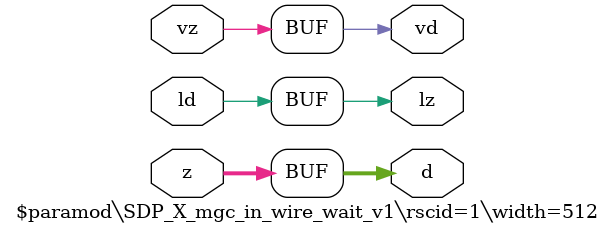
<source format=v>
module \$paramod\SDP_X_mgc_in_wire_wait_v1\rscid=1\width=512 (ld, vd, d, lz, vz, z);
  (* src = "./vmod/nvdla/sdp/NV_NVDLA_SDP_CORE_x.v:14" *)
  output [511:0] d;
  (* src = "./vmod/nvdla/sdp/NV_NVDLA_SDP_CORE_x.v:12" *)
  input ld;
  (* src = "./vmod/nvdla/sdp/NV_NVDLA_SDP_CORE_x.v:15" *)
  output lz;
  (* src = "./vmod/nvdla/sdp/NV_NVDLA_SDP_CORE_x.v:13" *)
  output vd;
  (* src = "./vmod/nvdla/sdp/NV_NVDLA_SDP_CORE_x.v:16" *)
  input vz;
  (* src = "./vmod/nvdla/sdp/NV_NVDLA_SDP_CORE_x.v:17" *)
  input [511:0] z;
  assign d = z;
  assign lz = ld;
  assign vd = vz;
endmodule

</source>
